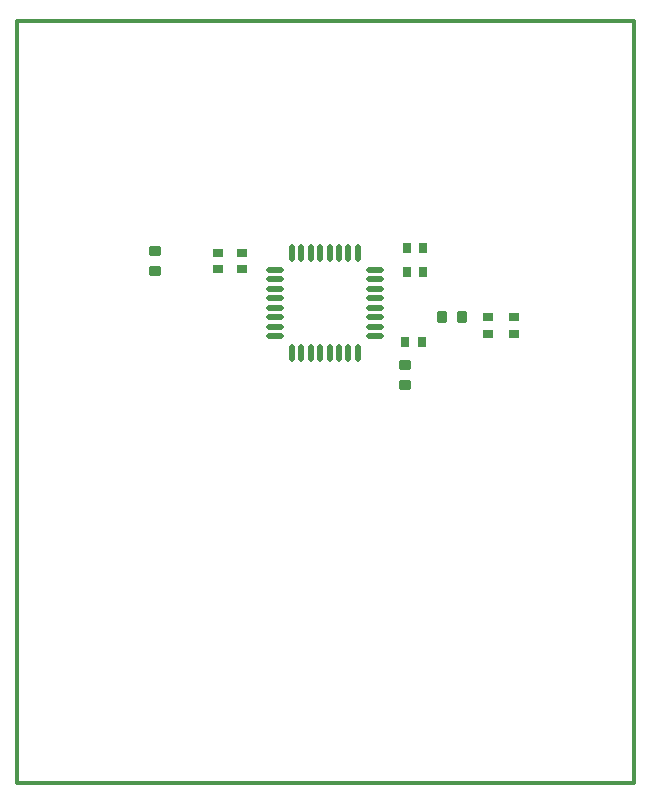
<source format=gtp>
G04*
G04 #@! TF.GenerationSoftware,Altium Limited,Altium Designer,19.0.12 (326)*
G04*
G04 Layer_Color=8421504*
%FSLAX25Y25*%
%MOIN*%
G70*
G01*
G75*
%ADD12C,0.01181*%
%ADD17O,0.05906X0.02165*%
%ADD18O,0.02165X0.05906*%
G04:AMPARAMS|DCode=19|XSize=39.37mil|YSize=35.43mil|CornerRadius=4.43mil|HoleSize=0mil|Usage=FLASHONLY|Rotation=180.000|XOffset=0mil|YOffset=0mil|HoleType=Round|Shape=RoundedRectangle|*
%AMROUNDEDRECTD19*
21,1,0.03937,0.02657,0,0,180.0*
21,1,0.03051,0.03543,0,0,180.0*
1,1,0.00886,-0.01526,0.01329*
1,1,0.00886,0.01526,0.01329*
1,1,0.00886,0.01526,-0.01329*
1,1,0.00886,-0.01526,-0.01329*
%
%ADD19ROUNDEDRECTD19*%
%ADD20R,0.02953X0.03740*%
%ADD21R,0.03740X0.02953*%
G04:AMPARAMS|DCode=22|XSize=39.37mil|YSize=35.43mil|CornerRadius=4.43mil|HoleSize=0mil|Usage=FLASHONLY|Rotation=90.000|XOffset=0mil|YOffset=0mil|HoleType=Round|Shape=RoundedRectangle|*
%AMROUNDEDRECTD22*
21,1,0.03937,0.02657,0,0,90.0*
21,1,0.03051,0.03543,0,0,90.0*
1,1,0.00886,0.01329,0.01526*
1,1,0.00886,0.01329,-0.01526*
1,1,0.00886,-0.01329,-0.01526*
1,1,0.00886,-0.01329,0.01526*
%
%ADD22ROUNDEDRECTD22*%
D12*
X0Y0D02*
Y254000D01*
X205500D01*
Y0D02*
Y254000D01*
X0Y0D02*
X205500D01*
D17*
X119232Y171024D02*
D03*
Y167874D02*
D03*
Y164724D02*
D03*
Y161575D02*
D03*
Y158425D02*
D03*
Y155276D02*
D03*
Y152126D02*
D03*
Y148976D02*
D03*
X85768D02*
D03*
Y152126D02*
D03*
Y155276D02*
D03*
Y158425D02*
D03*
Y161575D02*
D03*
Y164724D02*
D03*
Y167874D02*
D03*
Y171024D02*
D03*
D18*
X113524Y143268D02*
D03*
X110374D02*
D03*
X107224D02*
D03*
X104075D02*
D03*
X100925D02*
D03*
X97776D02*
D03*
X94626D02*
D03*
X91476D02*
D03*
Y176732D02*
D03*
X94626D02*
D03*
X97776D02*
D03*
X100925D02*
D03*
X104075D02*
D03*
X107224D02*
D03*
X110374D02*
D03*
X113524D02*
D03*
D19*
X46000Y177347D02*
D03*
Y170653D02*
D03*
X129244Y139347D02*
D03*
Y132653D02*
D03*
D20*
X135256Y178500D02*
D03*
X129744D02*
D03*
X135256Y170500D02*
D03*
X129744D02*
D03*
X134756Y147000D02*
D03*
X129244D02*
D03*
D21*
X75000Y176756D02*
D03*
Y171244D02*
D03*
X67000Y176756D02*
D03*
Y171244D02*
D03*
X165500Y149764D02*
D03*
Y155276D02*
D03*
X157000Y149764D02*
D03*
Y155276D02*
D03*
D22*
X148346D02*
D03*
X141654D02*
D03*
M02*

</source>
